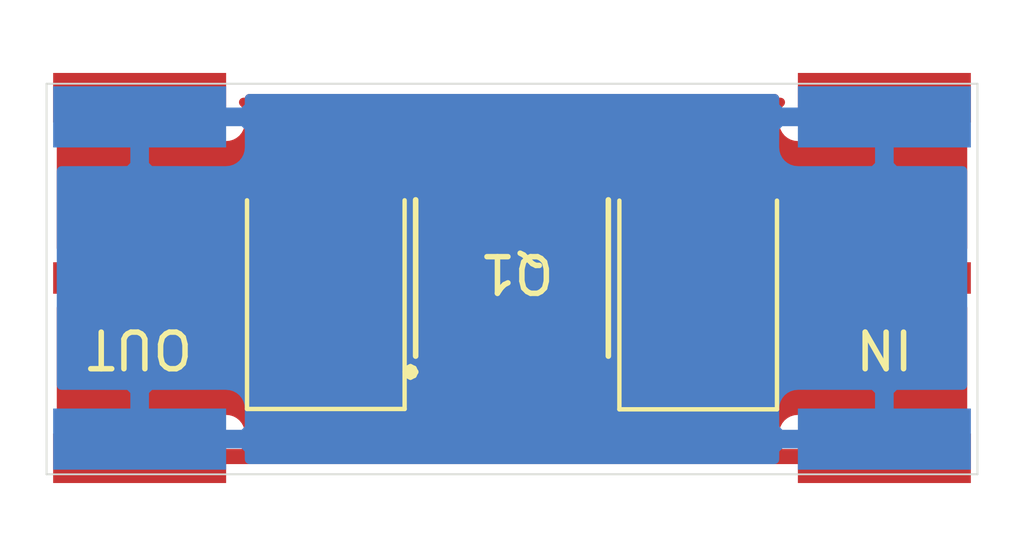
<source format=kicad_pcb>
(kicad_pcb (version 20171130) (host pcbnew "(5.1.2)-2")

  (general
    (thickness 1.6)
    (drawings 6)
    (tracks 20)
    (zones 0)
    (modules 5)
    (nets 5)
  )

  (page A4)
  (layers
    (0 F.Cu signal)
    (31 B.Cu signal)
    (32 B.Adhes user hide)
    (33 F.Adhes user hide)
    (34 B.Paste user hide)
    (35 F.Paste user hide)
    (36 B.SilkS user hide)
    (37 F.SilkS user)
    (38 B.Mask user hide)
    (39 F.Mask user hide)
    (40 Dwgs.User user)
    (41 Cmts.User user hide)
    (42 Eco1.User user)
    (43 Eco2.User user)
    (44 Edge.Cuts user)
    (45 Margin user)
    (46 B.CrtYd user)
    (47 F.CrtYd user)
    (48 B.Fab user)
    (49 F.Fab user hide)
  )

  (setup
    (last_trace_width 0.508)
    (user_trace_width 0.508)
    (user_trace_width 1.016)
    (trace_clearance 0.2)
    (zone_clearance 0.254)
    (zone_45_only no)
    (trace_min 0.2)
    (via_size 0.8)
    (via_drill 0.4)
    (via_min_size 0.4)
    (via_min_drill 0.3)
    (uvia_size 0.3)
    (uvia_drill 0.1)
    (uvias_allowed no)
    (uvia_min_size 0.2)
    (uvia_min_drill 0.1)
    (edge_width 0.05)
    (segment_width 0.2)
    (pcb_text_width 0.3)
    (pcb_text_size 1.5 1.5)
    (mod_edge_width 0.12)
    (mod_text_size 1 1)
    (mod_text_width 0.15)
    (pad_size 1.524 1.524)
    (pad_drill 0.762)
    (pad_to_mask_clearance 0.051)
    (solder_mask_min_width 0.25)
    (aux_axis_origin 0 0)
    (visible_elements 7FFFEF7F)
    (pcbplotparams
      (layerselection 0x010fc_ffffffff)
      (usegerberextensions false)
      (usegerberattributes false)
      (usegerberadvancedattributes false)
      (creategerberjobfile false)
      (excludeedgelayer true)
      (linewidth 0.100000)
      (plotframeref false)
      (viasonmask false)
      (mode 1)
      (useauxorigin false)
      (hpglpennumber 1)
      (hpglpenspeed 20)
      (hpglpendiameter 15.000000)
      (psnegative false)
      (psa4output false)
      (plotreference true)
      (plotvalue true)
      (plotinvisibletext false)
      (padsonsilk false)
      (subtractmaskfromsilk false)
      (outputformat 1)
      (mirror false)
      (drillshape 1)
      (scaleselection 1)
      (outputdirectory ""))
  )

  (net 0 "")
  (net 1 GND)
  (net 2 "Net-(Q1-Pad1)")
  (net 3 "Net-(D1-Pad1)")
  (net 4 "Net-(D2-Pad2)")

  (net_class Default "This is the default net class."
    (clearance 0.2)
    (trace_width 0.25)
    (via_dia 0.8)
    (via_drill 0.4)
    (uvia_dia 0.3)
    (uvia_drill 0.1)
    (add_net GND)
    (add_net "Net-(D1-Pad1)")
    (add_net "Net-(D2-Pad2)")
    (add_net "Net-(Q1-Pad1)")
  )

  (module Diode_SMD:D_SMB (layer F.Cu) (tedit 58645DF3) (tstamp 5D55B151)
    (at 86.36 50.8 90)
    (descr "Diode SMB (DO-214AA)")
    (tags "Diode SMB (DO-214AA)")
    (path /5D55ECC6)
    (attr smd)
    (fp_text reference D2 (at 0 -3 90) (layer F.SilkS) hide
      (effects (font (size 1 1) (thickness 0.15)))
    )
    (fp_text value DIODE (at 0 3.1 90) (layer F.Fab)
      (effects (font (size 1 1) (thickness 0.15)))
    )
    (fp_line (start -3.55 -2.15) (end 2.15 -2.15) (layer F.SilkS) (width 0.12))
    (fp_line (start -3.55 2.15) (end 2.15 2.15) (layer F.SilkS) (width 0.12))
    (fp_line (start -0.64944 0.00102) (end 0.50118 -0.79908) (layer F.Fab) (width 0.1))
    (fp_line (start -0.64944 0.00102) (end 0.50118 0.75032) (layer F.Fab) (width 0.1))
    (fp_line (start 0.50118 0.75032) (end 0.50118 -0.79908) (layer F.Fab) (width 0.1))
    (fp_line (start -0.64944 -0.79908) (end -0.64944 0.80112) (layer F.Fab) (width 0.1))
    (fp_line (start 0.50118 0.00102) (end 1.4994 0.00102) (layer F.Fab) (width 0.1))
    (fp_line (start -0.64944 0.00102) (end -1.55114 0.00102) (layer F.Fab) (width 0.1))
    (fp_line (start -3.65 2.25) (end -3.65 -2.25) (layer F.CrtYd) (width 0.05))
    (fp_line (start 3.65 2.25) (end -3.65 2.25) (layer F.CrtYd) (width 0.05))
    (fp_line (start 3.65 -2.25) (end 3.65 2.25) (layer F.CrtYd) (width 0.05))
    (fp_line (start -3.65 -2.25) (end 3.65 -2.25) (layer F.CrtYd) (width 0.05))
    (fp_line (start 2.3 -2) (end -2.3 -2) (layer F.Fab) (width 0.1))
    (fp_line (start 2.3 -2) (end 2.3 2) (layer F.Fab) (width 0.1))
    (fp_line (start -2.3 2) (end -2.3 -2) (layer F.Fab) (width 0.1))
    (fp_line (start 2.3 2) (end -2.3 2) (layer F.Fab) (width 0.1))
    (fp_line (start -3.55 -2.15) (end -3.55 2.15) (layer F.SilkS) (width 0.12))
    (fp_text user %R (at 0 -3 90) (layer F.Fab)
      (effects (font (size 1 1) (thickness 0.15)))
    )
    (pad 2 smd rect (at 2.15 0 90) (size 2.5 2.3) (layers F.Cu F.Paste F.Mask)
      (net 4 "Net-(D2-Pad2)"))
    (pad 1 smd rect (at -2.15 0 90) (size 2.5 2.3) (layers F.Cu F.Paste F.Mask)
      (net 1 GND))
    (model ${KISYS3DMOD}/Diode_SMD.3dshapes/D_SMB.wrl
      (at (xyz 0 0 0))
      (scale (xyz 1 1 1))
      (rotate (xyz 0 0 0))
    )
  )

  (module Diode_SMD:D_SMB (layer F.Cu) (tedit 58645DF3) (tstamp 5D55A950)
    (at 96.52 50.809 90)
    (descr "Diode SMB (DO-214AA)")
    (tags "Diode SMB (DO-214AA)")
    (path /5D55AB76)
    (attr smd)
    (fp_text reference D1 (at 0 -3 90) (layer F.SilkS) hide
      (effects (font (size 1 1) (thickness 0.15)))
    )
    (fp_text value D_Zener (at 0 3.1 90) (layer F.Fab)
      (effects (font (size 1 1) (thickness 0.15)))
    )
    (fp_line (start -3.55 -2.15) (end 2.15 -2.15) (layer F.SilkS) (width 0.12))
    (fp_line (start -3.55 2.15) (end 2.15 2.15) (layer F.SilkS) (width 0.12))
    (fp_line (start -0.64944 0.00102) (end 0.50118 -0.79908) (layer F.Fab) (width 0.1))
    (fp_line (start -0.64944 0.00102) (end 0.50118 0.75032) (layer F.Fab) (width 0.1))
    (fp_line (start 0.50118 0.75032) (end 0.50118 -0.79908) (layer F.Fab) (width 0.1))
    (fp_line (start -0.64944 -0.79908) (end -0.64944 0.80112) (layer F.Fab) (width 0.1))
    (fp_line (start 0.50118 0.00102) (end 1.4994 0.00102) (layer F.Fab) (width 0.1))
    (fp_line (start -0.64944 0.00102) (end -1.55114 0.00102) (layer F.Fab) (width 0.1))
    (fp_line (start -3.65 2.25) (end -3.65 -2.25) (layer F.CrtYd) (width 0.05))
    (fp_line (start 3.65 2.25) (end -3.65 2.25) (layer F.CrtYd) (width 0.05))
    (fp_line (start 3.65 -2.25) (end 3.65 2.25) (layer F.CrtYd) (width 0.05))
    (fp_line (start -3.65 -2.25) (end 3.65 -2.25) (layer F.CrtYd) (width 0.05))
    (fp_line (start 2.3 -2) (end -2.3 -2) (layer F.Fab) (width 0.1))
    (fp_line (start 2.3 -2) (end 2.3 2) (layer F.Fab) (width 0.1))
    (fp_line (start -2.3 2) (end -2.3 -2) (layer F.Fab) (width 0.1))
    (fp_line (start 2.3 2) (end -2.3 2) (layer F.Fab) (width 0.1))
    (fp_line (start -3.55 -2.15) (end -3.55 2.15) (layer F.SilkS) (width 0.12))
    (fp_text user %R (at 0 -3 90) (layer F.Fab)
      (effects (font (size 1 1) (thickness 0.15)))
    )
    (pad 2 smd rect (at 2.15 0 90) (size 2.5 2.3) (layers F.Cu F.Paste F.Mask)
      (net 1 GND))
    (pad 1 smd rect (at -2.15 0 90) (size 2.5 2.3) (layers F.Cu F.Paste F.Mask)
      (net 3 "Net-(D1-Pad1)"))
    (model ${KISYS3DMOD}/Diode_SMD.3dshapes/D_SMB.wrl
      (at (xyz 0 0 0))
      (scale (xyz 1 1 1))
      (rotate (xyz 0 0 0))
    )
  )

  (module TTL-to-SSR:STS1DNC45 (layer F.Cu) (tedit 5D55843E) (tstamp 5D55DFA9)
    (at 91.44 50.772 90)
    (path /5D56E0D4)
    (fp_text reference Q1 (at 0.127 0.127 180 unlocked) (layer F.SilkS)
      (effects (font (size 1 1) (thickness 0.15)))
    )
    (fp_text value STS1DNC45 (at 0 1.27 90) (layer F.SilkS) hide
      (effects (font (size 1 1) (thickness 0.15)))
    )
    (fp_text user "Copyright 2016 Accelerated Designs. All rights reserved." (at 0 0 90) (layer Cmts.User)
      (effects (font (size 0.127 0.127) (thickness 0.002)))
    )
    (fp_text user • (at -2.5654 -2.8448 90) (layer F.SilkS)
      (effects (font (size 1 1) (thickness 0.15)))
    )
    (fp_text user * (at -1.6256 -2.4257 90) (layer F.Fab)
      (effects (font (size 1 1) (thickness 0.15)))
    )
    (fp_line (start -2.0066 -1.651) (end -2.0066 -2.159) (layer F.Fab) (width 0.1524))
    (fp_line (start -2.0066 -2.159) (end -3.0988 -2.159) (layer F.Fab) (width 0.1524))
    (fp_line (start -3.0988 -2.159) (end -3.0988 -1.651) (layer F.Fab) (width 0.1524))
    (fp_line (start -3.0988 -1.651) (end -2.0066 -1.651) (layer F.Fab) (width 0.1524))
    (fp_line (start -2.0066 -0.381) (end -2.0066 -0.889) (layer F.Fab) (width 0.1524))
    (fp_line (start -2.0066 -0.889) (end -3.0988 -0.889) (layer F.Fab) (width 0.1524))
    (fp_line (start -3.0988 -0.889) (end -3.0988 -0.381) (layer F.Fab) (width 0.1524))
    (fp_line (start -3.0988 -0.381) (end -2.0066 -0.381) (layer F.Fab) (width 0.1524))
    (fp_line (start -2.0066 0.889) (end -2.0066 0.381) (layer F.Fab) (width 0.1524))
    (fp_line (start -2.0066 0.381) (end -3.0988 0.381) (layer F.Fab) (width 0.1524))
    (fp_line (start -3.0988 0.381) (end -3.0988 0.889) (layer F.Fab) (width 0.1524))
    (fp_line (start -3.0988 0.889) (end -2.0066 0.889) (layer F.Fab) (width 0.1524))
    (fp_line (start -2.0066 2.159) (end -2.0066 1.651) (layer F.Fab) (width 0.1524))
    (fp_line (start -2.0066 1.651) (end -3.0988 1.651) (layer F.Fab) (width 0.1524))
    (fp_line (start -3.0988 1.651) (end -3.0988 2.159) (layer F.Fab) (width 0.1524))
    (fp_line (start -3.0988 2.159) (end -2.0066 2.159) (layer F.Fab) (width 0.1524))
    (fp_line (start 2.0066 1.651) (end 2.0066 2.159) (layer F.Fab) (width 0.1524))
    (fp_line (start 2.0066 2.159) (end 3.0988 2.159) (layer F.Fab) (width 0.1524))
    (fp_line (start 3.0988 2.159) (end 3.0988 1.651) (layer F.Fab) (width 0.1524))
    (fp_line (start 3.0988 1.651) (end 2.0066 1.651) (layer F.Fab) (width 0.1524))
    (fp_line (start 2.0066 0.381) (end 2.0066 0.889) (layer F.Fab) (width 0.1524))
    (fp_line (start 2.0066 0.889) (end 3.0988 0.889) (layer F.Fab) (width 0.1524))
    (fp_line (start 3.0988 0.889) (end 3.0988 0.381) (layer F.Fab) (width 0.1524))
    (fp_line (start 3.0988 0.381) (end 2.0066 0.381) (layer F.Fab) (width 0.1524))
    (fp_line (start 2.0066 -0.889) (end 2.0066 -0.381) (layer F.Fab) (width 0.1524))
    (fp_line (start 2.0066 -0.381) (end 3.0988 -0.381) (layer F.Fab) (width 0.1524))
    (fp_line (start 3.0988 -0.381) (end 3.0988 -0.889) (layer F.Fab) (width 0.1524))
    (fp_line (start 3.0988 -0.889) (end 2.0066 -0.889) (layer F.Fab) (width 0.1524))
    (fp_line (start 2.0066 -2.159) (end 2.0066 -1.651) (layer F.Fab) (width 0.1524))
    (fp_line (start 2.0066 -1.651) (end 3.0988 -1.651) (layer F.Fab) (width 0.1524))
    (fp_line (start 3.0988 -1.651) (end 3.0988 -2.159) (layer F.Fab) (width 0.1524))
    (fp_line (start 3.0988 -2.159) (end 2.0066 -2.159) (layer F.Fab) (width 0.1524))
    (fp_line (start -2.1336 2.6289) (end 2.1336 2.6289) (layer F.SilkS) (width 0.1524))
    (fp_line (start 2.1336 -2.6289) (end -2.1336 -2.6289) (layer F.SilkS) (width 0.1524))
    (fp_line (start -2.0066 2.5019) (end 2.0066 2.5019) (layer F.Fab) (width 0.1524))
    (fp_line (start 2.0066 2.5019) (end 2.0066 -2.5019) (layer F.Fab) (width 0.1524))
    (fp_line (start 2.0066 -2.5019) (end -2.0066 -2.5019) (layer F.Fab) (width 0.1524))
    (fp_line (start -2.0066 -2.5019) (end -2.0066 2.5019) (layer F.Fab) (width 0.1524))
    (fp_line (start -3.7084 2.4384) (end -3.7084 -2.4384) (layer F.CrtYd) (width 0.1524))
    (fp_line (start -3.7084 -2.4384) (end -2.2606 -2.4384) (layer F.CrtYd) (width 0.1524))
    (fp_line (start -2.2606 -2.4384) (end -2.2606 -2.7559) (layer F.CrtYd) (width 0.1524))
    (fp_line (start -2.2606 -2.7559) (end 2.2606 -2.7559) (layer F.CrtYd) (width 0.1524))
    (fp_line (start 2.2606 -2.7559) (end 2.2606 -2.4384) (layer F.CrtYd) (width 0.1524))
    (fp_line (start 2.2606 -2.4384) (end 3.7084 -2.4384) (layer F.CrtYd) (width 0.1524))
    (fp_line (start 3.7084 -2.4384) (end 3.7084 2.4384) (layer F.CrtYd) (width 0.1524))
    (fp_line (start 3.7084 2.4384) (end 2.2606 2.4384) (layer F.CrtYd) (width 0.1524))
    (fp_line (start 2.2606 2.4384) (end 2.2606 2.7559) (layer F.CrtYd) (width 0.1524))
    (fp_line (start 2.2606 2.7559) (end -2.2606 2.7559) (layer F.CrtYd) (width 0.1524))
    (fp_line (start -2.2606 2.7559) (end -2.2606 2.4384) (layer F.CrtYd) (width 0.1524))
    (fp_line (start -2.2606 2.4384) (end -3.7084 2.4384) (layer F.CrtYd) (width 0.1524))
    (fp_arc (start 0 -2.5019) (end 0.3048 -2.5019) (angle 180) (layer F.Fab) (width 0.1524))
    (pad 1 smd rect (at -2.6797 -1.905 90) (size 1.5494 0.5588) (layers F.Cu F.Paste F.Mask)
      (net 2 "Net-(Q1-Pad1)"))
    (pad 2 smd rect (at -2.6797 -0.635 90) (size 1.5494 0.5588) (layers F.Cu F.Paste F.Mask)
      (net 3 "Net-(D1-Pad1)"))
    (pad 3 smd rect (at -2.6797 0.635 90) (size 1.5494 0.5588) (layers F.Cu F.Paste F.Mask)
      (net 2 "Net-(Q1-Pad1)"))
    (pad 4 smd rect (at -2.6797 1.905 90) (size 1.5494 0.5588) (layers F.Cu F.Paste F.Mask)
      (net 3 "Net-(D1-Pad1)"))
    (pad 5 smd rect (at 2.6797 1.905 90) (size 1.5494 0.5588) (layers F.Cu F.Paste F.Mask)
      (net 1 GND))
    (pad 5 smd rect (at 2.6797 0.635 90) (size 1.5494 0.5588) (layers F.Cu F.Paste F.Mask)
      (net 1 GND))
    (pad 7 smd rect (at 2.6797 -0.635 90) (size 1.5494 0.5588) (layers F.Cu F.Paste F.Mask)
      (net 4 "Net-(D2-Pad2)"))
    (pad 7 smd rect (at 2.6797 -1.905 90) (size 1.5494 0.5588) (layers F.Cu F.Paste F.Mask)
      (net 4 "Net-(D2-Pad2)"))
    (model ${KISYS3DMOD}/Package_SO.3dshapes/SSOP-8_3.9x5.05mm_P1.27mm.step
      (at (xyz 0 0 0))
      (scale (xyz 1 1 1))
      (rotate (xyz 0 0 0))
    )
  )

  (module TTL-to-SSR:112640 (layer F.Cu) (tedit 5D5596A3) (tstamp 5D55D8B0)
    (at 81.28 50.772 270)
    (path /5D558391)
    (fp_text reference J2 (at -1.27 0) (layer F.SilkS) hide
      (effects (font (size 1 1) (thickness 0.15)))
    )
    (fp_text value Conn_Coaxial_Power (at 0 -3.81 90) (layer F.Fab) hide
      (effects (font (size 1 1) (thickness 0.15)))
    )
    (pad 2 smd rect (at -4.4 0 270) (size 1.67 4.72) (layers B.Cu B.Paste B.Mask)
      (net 1 GND))
    (pad 2 smd rect (at 4.4 0 270) (size 1.67 4.72) (layers B.Cu B.Paste B.Mask)
      (net 1 GND))
    (pad 2 smd rect (at -4.925 0 270) (size 1.35 4.72) (layers F.Cu F.Paste F.Mask)
      (net 1 GND))
    (pad 2 smd rect (at 4.925 0 90) (size 1.35 4.72) (layers F.Cu F.Paste F.Mask)
      (net 1 GND))
    (pad 1 smd rect (at 0 0 270) (size 0.86 4.72) (layers F.Cu F.Paste F.Mask)
      (net 4 "Net-(D2-Pad2)"))
    (model ${DOWNLOADS}/112640_3d_model_file/112640.stp
      (offset (xyz 0 2 0.25))
      (scale (xyz 1 1 1))
      (rotate (xyz 0 -90 180))
    )
  )

  (module TTL-to-SSR:112640 (layer F.Cu) (tedit 5D5596A3) (tstamp 5D55E16C)
    (at 101.6 50.772 90)
    (path /5D557EC4)
    (fp_text reference J1 (at -1.27 0) (layer F.SilkS) hide
      (effects (font (size 1 1) (thickness 0.15)))
    )
    (fp_text value Conn_Coaxial_Power (at 0 -3.81 90) (layer F.Fab) hide
      (effects (font (size 1 1) (thickness 0.15)))
    )
    (pad 2 smd rect (at -4.4 0 90) (size 1.67 4.72) (layers B.Cu B.Paste B.Mask)
      (net 1 GND))
    (pad 2 smd rect (at 4.4 0 90) (size 1.67 4.72) (layers B.Cu B.Paste B.Mask)
      (net 1 GND))
    (pad 2 smd rect (at -4.925 0 90) (size 1.35 4.72) (layers F.Cu F.Paste F.Mask)
      (net 1 GND))
    (pad 2 smd rect (at 4.925 0 270) (size 1.35 4.72) (layers F.Cu F.Paste F.Mask)
      (net 1 GND))
    (pad 1 smd rect (at 0 0 90) (size 0.86 4.72) (layers F.Cu F.Paste F.Mask)
      (net 3 "Net-(D1-Pad1)"))
    (model ${DOWNLOADS}/112640_3d_model_file/112640.stp
      (offset (xyz 0 2 0.25))
      (scale (xyz 1 1 1))
      (rotate (xyz 0 -90 180))
    )
  )

  (gr_text OUT (at 81.28 52.705 180) (layer F.SilkS)
    (effects (font (size 1 1) (thickness 0.15)))
  )
  (gr_text IN (at 101.6 52.705 180) (layer F.SilkS)
    (effects (font (size 1 1) (thickness 0.15)))
  )
  (gr_line (start 78.74 56.134) (end 78.74 45.466) (layer Edge.Cuts) (width 0.05) (tstamp 5D55E0F0))
  (gr_line (start 104.14 56.134) (end 78.74 56.134) (layer Edge.Cuts) (width 0.05))
  (gr_line (start 104.14 45.466) (end 104.14 56.134) (layer Edge.Cuts) (width 0.05) (tstamp 5D55EC1D))
  (gr_line (start 78.74 45.466) (end 104.14 45.466) (layer Edge.Cuts) (width 0.05))

  (segment (start 92.075 48.0923) (end 93.345 48.0923) (width 0.508) (layer F.Cu) (net 1))
  (segment (start 93.345 54.991) (end 90.805 54.991) (width 0.508) (layer F.Cu) (net 3))
  (segment (start 93.345 53.4517) (end 93.345 54.991) (width 0.508) (layer F.Cu) (net 3))
  (segment (start 90.805 53.4517) (end 90.805 54.991) (width 0.508) (layer F.Cu) (net 3))
  (segment (start 93.345 51.562) (end 93.345 53.4517) (width 0.508) (layer F.Cu) (net 3))
  (segment (start 94.135 50.772) (end 93.345 51.562) (width 0.508) (layer F.Cu) (net 3))
  (segment (start 89.535 50.0126) (end 89.535 48.0923) (width 0.508) (layer F.Cu) (net 4))
  (segment (start 88.7756 50.772) (end 89.535 50.0126) (width 0.508) (layer F.Cu) (net 4))
  (segment (start 89.535 48.0923) (end 90.805 48.0923) (width 0.508) (layer F.Cu) (net 4))
  (segment (start 89.535 53.4517) (end 89.535 51.943) (width 0.508) (layer F.Cu) (net 2))
  (segment (start 92.075 53.4517) (end 92.075 51.943) (width 0.508) (layer F.Cu) (net 2))
  (segment (start 92.075 51.943) (end 89.535 51.943) (width 0.508) (layer F.Cu) (net 2))
  (segment (start 96.52 50.8) (end 96.492 50.772) (width 0.508) (layer F.Cu) (net 3))
  (segment (start 96.52 52.959) (end 96.52 50.8) (width 0.508) (layer F.Cu) (net 3))
  (segment (start 101.6 50.772) (end 96.492 50.772) (width 0.508) (layer F.Cu) (net 3))
  (segment (start 96.492 50.772) (end 94.135 50.772) (width 0.508) (layer F.Cu) (net 3))
  (segment (start 86.36 50.673) (end 86.459 50.772) (width 0.508) (layer F.Cu) (net 4))
  (segment (start 86.36 48.65) (end 86.36 50.673) (width 0.508) (layer F.Cu) (net 4))
  (segment (start 81.28 50.772) (end 86.459 50.772) (width 0.508) (layer F.Cu) (net 4))
  (segment (start 86.459 50.772) (end 88.7756 50.772) (width 0.508) (layer F.Cu) (net 4))

  (zone (net 1) (net_name GND) (layer F.Cu) (tstamp 0) (hatch edge 0.508)
    (connect_pads (clearance 0.254))
    (min_thickness 0.254)
    (fill yes (arc_segments 32) (thermal_gap 0.508) (thermal_bridge_width 0.508))
    (polygon
      (pts
        (xy 78.105 43.815) (xy 104.775 43.815) (xy 104.775 57.15) (xy 78.105 57.15)
      )
    )
    (filled_polygon
      (pts
        (xy 81.427 45.974) (xy 81.407 45.974) (xy 81.407 46.99825) (xy 81.56575 47.157) (xy 83.64 47.160072)
        (xy 83.764482 47.147812) (xy 83.88418 47.111502) (xy 83.994494 47.052537) (xy 84.091185 46.973185) (xy 84.170537 46.876494)
        (xy 84.229502 46.76618) (xy 84.265812 46.646482) (xy 84.278072 46.522) (xy 84.275 46.13275) (xy 84.116252 45.974002)
        (xy 84.275 45.974002) (xy 84.275 45.872) (xy 98.605 45.872) (xy 98.605 45.974002) (xy 98.763748 45.974002)
        (xy 98.605 46.13275) (xy 98.601928 46.522) (xy 98.614188 46.646482) (xy 98.650498 46.76618) (xy 98.709463 46.876494)
        (xy 98.788815 46.973185) (xy 98.885506 47.052537) (xy 98.99582 47.111502) (xy 99.115518 47.147812) (xy 99.24 47.160072)
        (xy 101.31425 47.157) (xy 101.473 46.99825) (xy 101.473 45.974) (xy 101.453 45.974) (xy 101.453 45.872)
        (xy 103.734 45.872) (xy 103.734 45.974) (xy 101.727 45.974) (xy 101.727 46.99825) (xy 101.88575 47.157)
        (xy 103.734 47.159737) (xy 103.734 49.959157) (xy 99.24 49.959157) (xy 99.165311 49.966513) (xy 99.093492 49.988299)
        (xy 99.027304 50.023678) (xy 98.969289 50.071289) (xy 98.921678 50.129304) (xy 98.917564 50.137) (xy 98.26441 50.137)
        (xy 98.295812 50.033482) (xy 98.308072 49.909) (xy 98.305 48.94475) (xy 98.14625 48.786) (xy 96.647 48.786)
        (xy 96.647 48.806) (xy 96.393 48.806) (xy 96.393 48.786) (xy 94.89375 48.786) (xy 94.735 48.94475)
        (xy 94.731928 49.909) (xy 94.744188 50.033482) (xy 94.77559 50.137) (xy 94.166189 50.137) (xy 94.135 50.133928)
        (xy 94.103811 50.137) (xy 94.103808 50.137) (xy 94.010518 50.146188) (xy 93.89082 50.182498) (xy 93.780506 50.241462)
        (xy 93.708043 50.300931) (xy 93.708039 50.300935) (xy 93.683815 50.320815) (xy 93.663934 50.34504) (xy 92.91805 51.090926)
        (xy 92.893815 51.110815) (xy 92.814463 51.207507) (xy 92.755498 51.317821) (xy 92.719188 51.437519) (xy 92.71 51.530809)
        (xy 92.71 51.530819) (xy 92.706929 51.562) (xy 92.71 51.593181) (xy 92.71 51.911808) (xy 92.700812 51.818518)
        (xy 92.664502 51.69882) (xy 92.605537 51.588506) (xy 92.526185 51.491815) (xy 92.429494 51.412463) (xy 92.31918 51.353498)
        (xy 92.199482 51.317188) (xy 92.106192 51.308) (xy 92.075 51.304928) (xy 92.043809 51.308) (xy 89.566192 51.308)
        (xy 89.535 51.304928) (xy 89.503809 51.308) (xy 89.503808 51.308) (xy 89.410518 51.317188) (xy 89.29082 51.353498)
        (xy 89.180506 51.412463) (xy 89.083815 51.491815) (xy 89.004463 51.588506) (xy 88.945498 51.69882) (xy 88.909188 51.818518)
        (xy 88.896928 51.943) (xy 88.900001 51.974201) (xy 88.900001 52.53675) (xy 88.880113 52.602311) (xy 88.872757 52.677)
        (xy 88.872757 54.2264) (xy 88.880113 54.301089) (xy 88.901899 54.372908) (xy 88.937278 54.439096) (xy 88.984889 54.497111)
        (xy 89.042904 54.544722) (xy 89.109092 54.580101) (xy 89.180911 54.601887) (xy 89.2556 54.609243) (xy 89.8144 54.609243)
        (xy 89.889089 54.601887) (xy 89.960908 54.580101) (xy 90.027096 54.544722) (xy 90.085111 54.497111) (xy 90.132722 54.439096)
        (xy 90.168101 54.372908) (xy 90.17 54.366648) (xy 90.170001 54.36665) (xy 90.170001 54.959799) (xy 90.166928 54.991)
        (xy 90.179188 55.115482) (xy 90.215498 55.23518) (xy 90.274463 55.345494) (xy 90.353815 55.442185) (xy 90.450506 55.521537)
        (xy 90.56082 55.580502) (xy 90.680518 55.616812) (xy 90.773808 55.626) (xy 90.773809 55.626) (xy 90.805 55.629072)
        (xy 90.836192 55.626) (xy 93.313809 55.626) (xy 93.345 55.629072) (xy 93.469482 55.616812) (xy 93.58918 55.580502)
        (xy 93.699494 55.521537) (xy 93.796185 55.442185) (xy 93.875537 55.345494) (xy 93.934502 55.23518) (xy 93.970812 55.115482)
        (xy 93.98 55.022192) (xy 93.980018 55.022) (xy 98.601928 55.022) (xy 98.605 55.41125) (xy 98.76375 55.57)
        (xy 101.473 55.57) (xy 101.473 54.54575) (xy 101.31425 54.387) (xy 99.24 54.383928) (xy 99.115518 54.396188)
        (xy 98.99582 54.432498) (xy 98.885506 54.491463) (xy 98.788815 54.570815) (xy 98.709463 54.667506) (xy 98.650498 54.77782)
        (xy 98.614188 54.897518) (xy 98.601928 55.022) (xy 93.980018 55.022) (xy 93.983072 54.991) (xy 93.98 54.959808)
        (xy 93.98 54.366648) (xy 93.999887 54.301089) (xy 94.007243 54.2264) (xy 94.007243 52.677) (xy 93.999887 52.602311)
        (xy 93.98 52.536752) (xy 93.98 51.825024) (xy 94.398026 51.407) (xy 95.137415 51.407) (xy 95.099289 51.438289)
        (xy 95.051678 51.496304) (xy 95.016299 51.562492) (xy 94.994513 51.634311) (xy 94.987157 51.709) (xy 94.987157 54.209)
        (xy 94.994513 54.283689) (xy 95.016299 54.355508) (xy 95.051678 54.421696) (xy 95.099289 54.479711) (xy 95.157304 54.527322)
        (xy 95.223492 54.562701) (xy 95.295311 54.584487) (xy 95.37 54.591843) (xy 97.67 54.591843) (xy 97.744689 54.584487)
        (xy 97.816508 54.562701) (xy 97.882696 54.527322) (xy 97.940711 54.479711) (xy 97.988322 54.421696) (xy 98.023701 54.355508)
        (xy 98.045487 54.283689) (xy 98.052843 54.209) (xy 98.052843 51.709) (xy 98.045487 51.634311) (xy 98.023701 51.562492)
        (xy 97.988322 51.496304) (xy 97.940711 51.438289) (xy 97.902585 51.407) (xy 98.917564 51.407) (xy 98.921678 51.414696)
        (xy 98.969289 51.472711) (xy 99.027304 51.520322) (xy 99.093492 51.555701) (xy 99.165311 51.577487) (xy 99.24 51.584843)
        (xy 103.734001 51.584843) (xy 103.734001 54.384263) (xy 101.88575 54.387) (xy 101.727 54.54575) (xy 101.727 55.57)
        (xy 103.734001 55.57) (xy 103.734001 55.728) (xy 79.146 55.728) (xy 79.146 55.57) (xy 81.153 55.57)
        (xy 81.153 54.54575) (xy 81.407 54.54575) (xy 81.407 55.57) (xy 84.11625 55.57) (xy 84.275 55.41125)
        (xy 84.278072 55.022) (xy 84.265812 54.897518) (xy 84.229502 54.77782) (xy 84.170537 54.667506) (xy 84.091185 54.570815)
        (xy 83.994494 54.491463) (xy 83.88418 54.432498) (xy 83.764482 54.396188) (xy 83.64 54.383928) (xy 81.56575 54.387)
        (xy 81.407 54.54575) (xy 81.153 54.54575) (xy 80.99425 54.387) (xy 79.146 54.384263) (xy 79.146 54.2)
        (xy 84.571928 54.2) (xy 84.584188 54.324482) (xy 84.620498 54.44418) (xy 84.679463 54.554494) (xy 84.758815 54.651185)
        (xy 84.855506 54.730537) (xy 84.96582 54.789502) (xy 85.085518 54.825812) (xy 85.21 54.838072) (xy 86.07425 54.835)
        (xy 86.233 54.67625) (xy 86.233 53.077) (xy 86.487 53.077) (xy 86.487 54.67625) (xy 86.64575 54.835)
        (xy 87.51 54.838072) (xy 87.634482 54.825812) (xy 87.75418 54.789502) (xy 87.864494 54.730537) (xy 87.961185 54.651185)
        (xy 88.040537 54.554494) (xy 88.099502 54.44418) (xy 88.135812 54.324482) (xy 88.148072 54.2) (xy 88.145 53.23575)
        (xy 87.98625 53.077) (xy 86.487 53.077) (xy 86.233 53.077) (xy 84.73375 53.077) (xy 84.575 53.23575)
        (xy 84.571928 54.2) (xy 79.146 54.2) (xy 79.146 51.584843) (xy 83.64 51.584843) (xy 83.714689 51.577487)
        (xy 83.786508 51.555701) (xy 83.852696 51.520322) (xy 83.910711 51.472711) (xy 83.958322 51.414696) (xy 83.962436 51.407)
        (xy 84.646593 51.407) (xy 84.620498 51.45582) (xy 84.584188 51.575518) (xy 84.571928 51.7) (xy 84.575 52.66425)
        (xy 84.73375 52.823) (xy 86.233 52.823) (xy 86.233 52.803) (xy 86.487 52.803) (xy 86.487 52.823)
        (xy 87.98625 52.823) (xy 88.145 52.66425) (xy 88.148072 51.7) (xy 88.135812 51.575518) (xy 88.099502 51.45582)
        (xy 88.073407 51.407) (xy 88.744419 51.407) (xy 88.7756 51.410071) (xy 88.806781 51.407) (xy 88.806792 51.407)
        (xy 88.900082 51.397812) (xy 89.01978 51.361502) (xy 89.130094 51.302537) (xy 89.226785 51.223185) (xy 89.246674 51.19895)
        (xy 89.961961 50.483665) (xy 89.986185 50.463785) (xy 90.006065 50.439561) (xy 90.006069 50.439557) (xy 90.065538 50.367094)
        (xy 90.124502 50.25678) (xy 90.129149 50.241462) (xy 90.160812 50.137082) (xy 90.17 50.043792) (xy 90.17 50.043789)
        (xy 90.173072 50.0126) (xy 90.17 49.981411) (xy 90.17 49.007248) (xy 90.171899 49.013508) (xy 90.207278 49.079696)
        (xy 90.254889 49.137711) (xy 90.312904 49.185322) (xy 90.379092 49.220701) (xy 90.450911 49.242487) (xy 90.5256 49.249843)
        (xy 91.0844 49.249843) (xy 91.159089 49.242487) (xy 91.230908 49.220701) (xy 91.257023 49.206742) (xy 91.264034 49.21995)
        (xy 91.343105 49.316872) (xy 91.439565 49.396505) (xy 91.549708 49.455789) (xy 91.6693 49.492447) (xy 91.78925 49.502)
        (xy 91.948 49.34325) (xy 91.948 48.2193) (xy 92.202 48.2193) (xy 92.202 49.34325) (xy 92.36075 49.502)
        (xy 92.4807 49.492447) (xy 92.600292 49.455789) (xy 92.71 49.396739) (xy 92.819708 49.455789) (xy 92.9393 49.492447)
        (xy 93.05925 49.502) (xy 93.218 49.34325) (xy 93.218 48.2193) (xy 93.472 48.2193) (xy 93.472 49.34325)
        (xy 93.63075 49.502) (xy 93.7507 49.492447) (xy 93.870292 49.455789) (xy 93.980435 49.396505) (xy 94.076895 49.316872)
        (xy 94.155966 49.21995) (xy 94.214609 49.109465) (xy 94.250571 48.989662) (xy 94.262469 48.865145) (xy 94.2594 48.37805)
        (xy 94.10065 48.2193) (xy 93.472 48.2193) (xy 93.218 48.2193) (xy 92.202 48.2193) (xy 91.948 48.2193)
        (xy 91.928 48.2193) (xy 91.928 47.9653) (xy 91.948 47.9653) (xy 91.948 46.84135) (xy 92.202 46.84135)
        (xy 92.202 47.9653) (xy 93.218 47.9653) (xy 93.218 46.84135) (xy 93.472 46.84135) (xy 93.472 47.9653)
        (xy 94.10065 47.9653) (xy 94.2594 47.80655) (xy 94.261904 47.409) (xy 94.731928 47.409) (xy 94.735 48.37325)
        (xy 94.89375 48.532) (xy 96.393 48.532) (xy 96.393 46.93275) (xy 96.647 46.93275) (xy 96.647 48.532)
        (xy 98.14625 48.532) (xy 98.305 48.37325) (xy 98.308072 47.409) (xy 98.295812 47.284518) (xy 98.259502 47.16482)
        (xy 98.200537 47.054506) (xy 98.121185 46.957815) (xy 98.024494 46.878463) (xy 97.91418 46.819498) (xy 97.794482 46.783188)
        (xy 97.67 46.770928) (xy 96.80575 46.774) (xy 96.647 46.93275) (xy 96.393 46.93275) (xy 96.23425 46.774)
        (xy 95.37 46.770928) (xy 95.245518 46.783188) (xy 95.12582 46.819498) (xy 95.015506 46.878463) (xy 94.918815 46.957815)
        (xy 94.839463 47.054506) (xy 94.780498 47.16482) (xy 94.744188 47.284518) (xy 94.731928 47.409) (xy 94.261904 47.409)
        (xy 94.262469 47.319455) (xy 94.250571 47.194938) (xy 94.214609 47.075135) (xy 94.155966 46.96465) (xy 94.076895 46.867728)
        (xy 93.980435 46.788095) (xy 93.870292 46.728811) (xy 93.7507 46.692153) (xy 93.63075 46.6826) (xy 93.472 46.84135)
        (xy 93.218 46.84135) (xy 93.05925 46.6826) (xy 92.9393 46.692153) (xy 92.819708 46.728811) (xy 92.71 46.787861)
        (xy 92.600292 46.728811) (xy 92.4807 46.692153) (xy 92.36075 46.6826) (xy 92.202 46.84135) (xy 91.948 46.84135)
        (xy 91.78925 46.6826) (xy 91.6693 46.692153) (xy 91.549708 46.728811) (xy 91.439565 46.788095) (xy 91.343105 46.867728)
        (xy 91.264034 46.96465) (xy 91.257023 46.977858) (xy 91.230908 46.963899) (xy 91.159089 46.942113) (xy 91.0844 46.934757)
        (xy 90.5256 46.934757) (xy 90.450911 46.942113) (xy 90.379092 46.963899) (xy 90.312904 46.999278) (xy 90.254889 47.046889)
        (xy 90.207278 47.104904) (xy 90.171899 47.171092) (xy 90.17 47.177352) (xy 90.168101 47.171092) (xy 90.132722 47.104904)
        (xy 90.085111 47.046889) (xy 90.027096 46.999278) (xy 89.960908 46.963899) (xy 89.889089 46.942113) (xy 89.8144 46.934757)
        (xy 89.2556 46.934757) (xy 89.180911 46.942113) (xy 89.109092 46.963899) (xy 89.042904 46.999278) (xy 88.984889 47.046889)
        (xy 88.937278 47.104904) (xy 88.901899 47.171092) (xy 88.880113 47.242911) (xy 88.872757 47.3176) (xy 88.872757 48.867)
        (xy 88.880113 48.941689) (xy 88.900001 49.00725) (xy 88.9 49.749574) (xy 88.512575 50.137) (xy 87.808377 50.137)
        (xy 87.828322 50.112696) (xy 87.863701 50.046508) (xy 87.885487 49.974689) (xy 87.892843 49.9) (xy 87.892843 47.4)
        (xy 87.885487 47.325311) (xy 87.863701 47.253492) (xy 87.828322 47.187304) (xy 87.780711 47.129289) (xy 87.722696 47.081678)
        (xy 87.656508 47.046299) (xy 87.584689 47.024513) (xy 87.51 47.017157) (xy 85.21 47.017157) (xy 85.135311 47.024513)
        (xy 85.063492 47.046299) (xy 84.997304 47.081678) (xy 84.939289 47.129289) (xy 84.891678 47.187304) (xy 84.856299 47.253492)
        (xy 84.834513 47.325311) (xy 84.827157 47.4) (xy 84.827157 49.9) (xy 84.834513 49.974689) (xy 84.856299 50.046508)
        (xy 84.891678 50.112696) (xy 84.911623 50.137) (xy 83.962436 50.137) (xy 83.958322 50.129304) (xy 83.910711 50.071289)
        (xy 83.852696 50.023678) (xy 83.786508 49.988299) (xy 83.714689 49.966513) (xy 83.64 49.959157) (xy 79.146 49.959157)
        (xy 79.146 47.159737) (xy 80.99425 47.157) (xy 81.153 46.99825) (xy 81.153 45.974) (xy 79.146 45.974)
        (xy 79.146 45.872) (xy 81.427 45.872)
      )
    )
  )
  (zone (net 1) (net_name GND) (layer B.Cu) (tstamp 0) (hatch edge 0.508)
    (connect_pads (clearance 0.254))
    (min_thickness 0.254)
    (fill yes (arc_segments 32) (thermal_gap 0.508) (thermal_bridge_width 0.508))
    (polygon
      (pts
        (xy 77.47 43.18) (xy 105.41 43.18) (xy 105.41 57.785) (xy 77.47 57.785)
      )
    )
    (filled_polygon
      (pts
        (xy 81.407 46.245) (xy 84.11625 46.245) (xy 84.275 46.08625) (xy 84.276198 45.872) (xy 98.603802 45.872)
        (xy 98.605 46.08625) (xy 98.76375 46.245) (xy 101.473 46.245) (xy 101.473 45.872) (xy 101.727 45.872)
        (xy 101.727 46.245) (xy 103.734 46.245) (xy 103.734 46.499) (xy 101.727 46.499) (xy 101.727 47.68325)
        (xy 101.88575 47.842) (xy 103.734 47.844737) (xy 103.734001 53.699263) (xy 101.88575 53.702) (xy 101.727 53.86075)
        (xy 101.727 55.045) (xy 103.734001 55.045) (xy 103.734001 55.299) (xy 101.727 55.299) (xy 101.727 55.728)
        (xy 101.473 55.728) (xy 101.473 55.299) (xy 98.76375 55.299) (xy 98.605 55.45775) (xy 98.603488 55.728)
        (xy 84.276512 55.728) (xy 84.275 55.45775) (xy 84.11625 55.299) (xy 81.407 55.299) (xy 81.407 55.728)
        (xy 81.153 55.728) (xy 81.153 55.299) (xy 79.146 55.299) (xy 79.146 55.045) (xy 81.153 55.045)
        (xy 81.153 53.86075) (xy 81.407 53.86075) (xy 81.407 55.045) (xy 84.11625 55.045) (xy 84.275 54.88625)
        (xy 84.278072 54.337) (xy 98.601928 54.337) (xy 98.605 54.88625) (xy 98.76375 55.045) (xy 101.473 55.045)
        (xy 101.473 53.86075) (xy 101.31425 53.702) (xy 99.24 53.698928) (xy 99.115518 53.711188) (xy 98.99582 53.747498)
        (xy 98.885506 53.806463) (xy 98.788815 53.885815) (xy 98.709463 53.982506) (xy 98.650498 54.09282) (xy 98.614188 54.212518)
        (xy 98.601928 54.337) (xy 84.278072 54.337) (xy 84.265812 54.212518) (xy 84.229502 54.09282) (xy 84.170537 53.982506)
        (xy 84.091185 53.885815) (xy 83.994494 53.806463) (xy 83.88418 53.747498) (xy 83.764482 53.711188) (xy 83.64 53.698928)
        (xy 81.56575 53.702) (xy 81.407 53.86075) (xy 81.153 53.86075) (xy 80.99425 53.702) (xy 79.146 53.699263)
        (xy 79.146 47.844737) (xy 80.99425 47.842) (xy 81.153 47.68325) (xy 81.153 46.499) (xy 81.407 46.499)
        (xy 81.407 47.68325) (xy 81.56575 47.842) (xy 83.64 47.845072) (xy 83.764482 47.832812) (xy 83.88418 47.796502)
        (xy 83.994494 47.737537) (xy 84.091185 47.658185) (xy 84.170537 47.561494) (xy 84.229502 47.45118) (xy 84.265812 47.331482)
        (xy 84.278072 47.207) (xy 98.601928 47.207) (xy 98.614188 47.331482) (xy 98.650498 47.45118) (xy 98.709463 47.561494)
        (xy 98.788815 47.658185) (xy 98.885506 47.737537) (xy 98.99582 47.796502) (xy 99.115518 47.832812) (xy 99.24 47.845072)
        (xy 101.31425 47.842) (xy 101.473 47.68325) (xy 101.473 46.499) (xy 98.76375 46.499) (xy 98.605 46.65775)
        (xy 98.601928 47.207) (xy 84.278072 47.207) (xy 84.275 46.65775) (xy 84.11625 46.499) (xy 81.407 46.499)
        (xy 81.153 46.499) (xy 79.146 46.499) (xy 79.146 46.245) (xy 81.153 46.245) (xy 81.153 45.872)
        (xy 81.407 45.872)
      )
    )
  )
)

</source>
